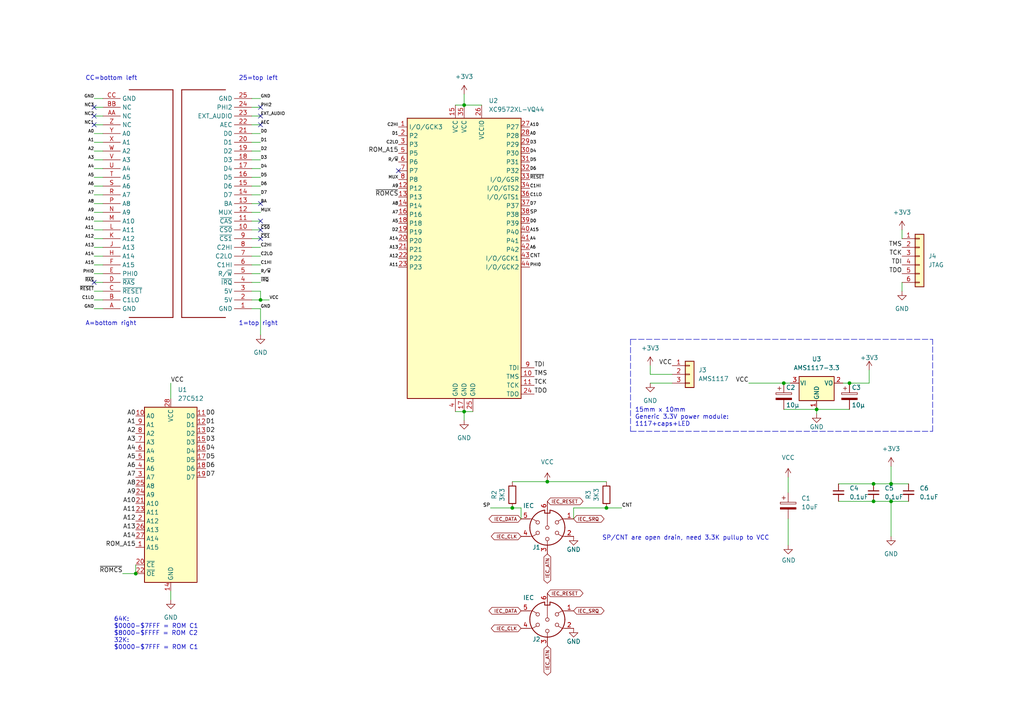
<source format=kicad_sch>
(kicad_sch (version 20211123) (generator eeschema)
  (paper "A4")
  (title_block (title "BurstCart+4 (CPLD44)") (date "2025-05-06") (rev "1.1") (company "YTM Enterprises") (comment 1 "Maciej Witkowiak <ytm@elysium.pl>"))
  (lib_symbols
    (symbol "Connector:DIN-6" (pin_names (offset 1.016))
      (property "Reference" "J" (at 3.175 5.715 0))
      (property "Value" "DIN-6" (at 4.445 -4.445 0))
      (symbol "DIN-6_0_1"
        (arc (start -5.08 0) (mid -3.8597 -3.3379) (end -0.762 -5.08) (stroke (width 0.254)))
        (circle (center -2.794 -1.524) (radius 0.508))
        (circle (center -2.794 1.524) (radius 0.508))
        (polyline (pts (xy 0 -5.08) (xy 0 -0.508)))
        (polyline (pts (xy 0 5.08) (xy 0 3.81)))
        (polyline (pts (xy -5.08 -2.54) (xy -4.318 -2.54) (xy -3.175 -1.905)))
        (polyline (pts (xy -5.08 2.54) (xy -4.318 2.54) (xy -3.175 1.905)))
        (polyline (pts (xy 5.08 -2.54) (xy 4.318 -2.54) (xy 3.175 -1.905)))
        (polyline (pts (xy 5.08 2.54) (xy 4.318 2.54) (xy 3.175 1.905)))
        (polyline (pts (xy -0.762 -4.953) (xy -0.762 -4.191) (xy 0.762 -4.191) (xy 0.762 -4.953)) (stroke (width 0.254)))
        (circle (center 0 0) (radius 0.508))
        (circle (center 0 3.302) (radius 0.508))
        (arc (start 0.762 -5.08) (mid 3.8673 -3.3444) (end 5.08 0) (stroke (width 0.254)))
        (circle (center 2.794 -1.524) (radius 0.508))
        (circle (center 2.794 1.524) (radius 0.508))
        (arc (start 5.08 0) (mid 0 5.08) (end -5.08 0) (stroke (width 0.254)))
      )
      (symbol "DIN-6_1_1"
        (pin passive line (at -7.62 -2.54 0) (length 2.54) (name "~") (number "1"))
        (pin passive line (at -7.62 2.54 0) (length 2.54) (name "~") (number "2"))
        (pin passive line (at 0 7.62 270) (length 2.54) (name "~") (number "3"))
        (pin passive line (at 7.62 2.54 180) (length 2.54) (name "~") (number "4"))
        (pin passive line (at 7.62 -2.54 180) (length 2.54) (name "~") (number "5"))
        (pin passive line (at 0 -7.62 90) (length 2.54) (name "~") (number "6"))
      )
    )
    (symbol "Connector_Generic:Conn_01x03" (pin_names (offset 1.016) hide)
      (property "Reference" "J" (at 0 5.08 0))
      (property "Value" "Conn_01x03" (at 0 -5.08 0))
      (symbol "Conn_01x03_1_1"
        (rectangle (start -1.27 -2.413) (end 0 -2.667) (stroke (width 0.1524)))
        (rectangle (start -1.27 0.127) (end 0 -0.127) (stroke (width 0.1524)))
        (rectangle (start -1.27 2.667) (end 0 2.413) (stroke (width 0.1524)))
        (rectangle (start -1.27 3.81) (end 1.27 -3.81) (stroke (width 0.254)) (fill (type background)))
        (pin passive line (at -5.08 2.54 0) (length 3.81) (name "Pin_1") (number "1"))
        (pin passive line (at -5.08 0 0) (length 3.81) (name "Pin_2") (number "2"))
        (pin passive line (at -5.08 -2.54 0) (length 3.81) (name "Pin_3") (number "3"))
      )
    )
    (symbol "Connector_Generic:Conn_01x06" (pin_names (offset 1.016) hide)
      (property "Reference" "J" (at 0 7.62 0))
      (property "Value" "Conn_01x06" (at 0 -10.16 0))
      (symbol "Conn_01x06_1_1"
        (rectangle (start -1.27 -7.493) (end 0 -7.747) (stroke (width 0.1524)))
        (rectangle (start -1.27 -4.953) (end 0 -5.207) (stroke (width 0.1524)))
        (rectangle (start -1.27 -2.413) (end 0 -2.667) (stroke (width 0.1524)))
        (rectangle (start -1.27 0.127) (end 0 -0.127) (stroke (width 0.1524)))
        (rectangle (start -1.27 2.667) (end 0 2.413) (stroke (width 0.1524)))
        (rectangle (start -1.27 5.207) (end 0 4.953) (stroke (width 0.1524)))
        (rectangle (start -1.27 6.35) (end 1.27 -8.89) (stroke (width 0.254)) (fill (type background)))
        (pin passive line (at -5.08 5.08 0) (length 3.81) (name "Pin_1") (number "1"))
        (pin passive line (at -5.08 2.54 0) (length 3.81) (name "Pin_2") (number "2"))
        (pin passive line (at -5.08 0 0) (length 3.81) (name "Pin_3") (number "3"))
        (pin passive line (at -5.08 -2.54 0) (length 3.81) (name "Pin_4") (number "4"))
        (pin passive line (at -5.08 -5.08 0) (length 3.81) (name "Pin_5") (number "5"))
        (pin passive line (at -5.08 -7.62 0) (length 3.81) (name "Pin_6") (number "6"))
      )
    )
    (symbol "Device:C_Polarized" (pin_numbers hide) (pin_names (offset 0.254))
      (property "Reference" "C" (at 0.635 2.54 0))
      (property "Value" "C_Polarized" (at 0.635 -2.54 0))
      (symbol "C_Polarized_0_1"
        (rectangle (start -2.286 0.508) (end 2.286 1.016))
        (polyline (pts (xy -1.778 2.286) (xy -0.762 2.286)))
        (polyline (pts (xy -1.27 2.794) (xy -1.27 1.778)))
        (rectangle (start 2.286 -0.508) (end -2.286 -1.016) (fill (type outline)))
      )
      (symbol "C_Polarized_1_1"
        (pin passive line (at 0 3.81 270) (length 2.794) (name "~") (number "1"))
        (pin passive line (at 0 -3.81 90) (length 2.794) (name "~") (number "2"))
      )
    )
    (symbol "Device:C_Small" (pin_numbers hide) (pin_names (offset 0.254) hide)
      (property "Reference" "C" (at 0.254 1.778 0))
      (property "Value" "C_Small" (at 0.254 -2.032 0))
      (symbol "C_Small_0_1"
        (polyline (pts (xy -1.524 -0.508) (xy 1.524 -0.508)) (stroke (width 0.3302)))
        (polyline (pts (xy -1.524 0.508) (xy 1.524 0.508)) (stroke (width 0.3048)))
      )
      (symbol "C_Small_1_1"
        (pin passive line (at 0 2.54 270) (length 2.032) (name "~") (number "1"))
        (pin passive line (at 0 -2.54 90) (length 2.032) (name "~") (number "2"))
      )
    )
    (symbol "Device:R" (pin_numbers hide) (pin_names (offset 0))
      (property "Reference" "R" (at 2.032 0 90))
      (property "Value" "R" (at 0 0 90))
      (symbol "R_0_1"
        (rectangle (start -1.016 -2.54) (end 1.016 2.54) (stroke (width 0.254)))
      )
      (symbol "R_1_1"
        (pin passive line (at 0 3.81 270) (length 1.27) (name "~") (number "1"))
        (pin passive line (at 0 -3.81 90) (length 1.27) (name "~") (number "2"))
      )
    )
    (symbol "Memory_EPROM:27C512"
      (property "Reference" "U" (at -7.62 26.67 0))
      (property "Value" "27C512" (at 2.54 -26.67 0))
      (symbol "27C512_1_1"
        (rectangle (start -7.62 25.4) (end 7.62 -25.4) (stroke (width 0.254)) (fill (type background)))
        (pin input line (at -10.16 -15.24 0) (length 2.54) (name "A15") (number "1"))
        (pin input line (at -10.16 22.86 0) (length 2.54) (name "A0") (number "10"))
        (pin tri_state line (at 10.16 22.86 180) (length 2.54) (name "D0") (number "11"))
        (pin tri_state line (at 10.16 20.32 180) (length 2.54) (name "D1") (number "12"))
        (pin tri_state line (at 10.16 17.78 180) (length 2.54) (name "D2") (number "13"))
        (pin power_in line (at 0 -27.94 90) (length 2.54) (name "GND") (number "14"))
        (pin tri_state line (at 10.16 15.24 180) (length 2.54) (name "D3") (number "15"))
        (pin tri_state line (at 10.16 12.7 180) (length 2.54) (name "D4") (number "16"))
        (pin tri_state line (at 10.16 10.16 180) (length 2.54) (name "D5") (number "17"))
        (pin tri_state line (at 10.16 7.62 180) (length 2.54) (name "D6") (number "18"))
        (pin tri_state line (at 10.16 5.08 180) (length 2.54) (name "D7") (number "19"))
        (pin input line (at -10.16 -7.62 0) (length 2.54) (name "A12") (number "2"))
        (pin input line (at -10.16 -20.32 0) (length 2.54) (name "~{CE}") (number "20"))
        (pin input line (at -10.16 -2.54 0) (length 2.54) (name "A10") (number "21"))
        (pin input line (at -10.16 -22.86 0) (length 2.54) (name "~{OE}") (number "22"))
        (pin input line (at -10.16 -5.08 0) (length 2.54) (name "A11") (number "23"))
        (pin input line (at -10.16 0 0) (length 2.54) (name "A9") (number "24"))
        (pin input line (at -10.16 2.54 0) (length 2.54) (name "A8") (number "25"))
        (pin input line (at -10.16 -10.16 0) (length 2.54) (name "A13") (number "26"))
        (pin input line (at -10.16 -12.7 0) (length 2.54) (name "A14") (number "27"))
        (pin power_in line (at 0 27.94 270) (length 2.54) (name "VCC") (number "28"))
        (pin input line (at -10.16 5.08 0) (length 2.54) (name "A7") (number "3"))
        (pin input line (at -10.16 7.62 0) (length 2.54) (name "A6") (number "4"))
        (pin input line (at -10.16 10.16 0) (length 2.54) (name "A5") (number "5"))
        (pin input line (at -10.16 12.7 0) (length 2.54) (name "A4") (number "6"))
        (pin input line (at -10.16 15.24 0) (length 2.54) (name "A3") (number "7"))
        (pin input line (at -10.16 17.78 0) (length 2.54) (name "A2") (number "8"))
        (pin input line (at -10.16 20.32 0) (length 2.54) (name "A1") (number "9"))
      )
    )
    (symbol "Regulator_Linear:AMS1117-3.3" (pin_names (offset 0.254))
      (property "Reference" "U" (at -3.81 3.175 0))
      (property "Value" "AMS1117-3.3" (at 0 3.175 0))
      (symbol "AMS1117-3.3_0_1"
        (rectangle (start -5.08 -5.08) (end 5.08 1.905) (stroke (width 0.254)) (fill (type background)))
      )
      (symbol "AMS1117-3.3_1_1"
        (pin power_in line (at 0 -7.62 90) (length 2.54) (name "GND") (number "1"))
        (pin power_out line (at 7.62 0 180) (length 2.54) (name "VO") (number "2"))
        (pin power_in line (at -7.62 0 0) (length 2.54) (name "VI") (number "3"))
      )
    )
    (symbol "burstcart:C16_CARTRIDGE"
      (symbol "C16_CARTRIDGE_1_0"
        (polyline (pts (xy -43.18 30.48) (xy -30.48 30.48)) (stroke (width 0.254)))
        (polyline (pts (xy -30.48 -35.56) (xy -43.18 -35.56)) (stroke (width 0.254)))
        (polyline (pts (xy -30.48 30.48) (xy -30.48 -35.56)) (stroke (width 0.254)))
        (polyline (pts (xy -27.94 -35.56) (xy -15.24 -35.56)) (stroke (width 0.254)))
        (polyline (pts (xy -27.94 30.48) (xy -27.94 -35.56)) (stroke (width 0.254)))
        (polyline (pts (xy -15.24 30.48) (xy -27.94 30.48)) (stroke (width 0.254)))
        (pin power_out line (at -7.62 -33.02 180) (length 5.08) (name "GND") (number "1"))
        (pin output line (at -7.62 -10.16 180) (length 5.08) (name "~{CS0}") (number "10"))
        (pin output line (at -7.62 -7.62 180) (length 5.08) (name "~{CAS}") (number "11"))
        (pin bidirectional line (at -7.62 -5.08 180) (length 5.08) (name "MUX") (number "12"))
        (pin bidirectional line (at -7.62 -2.54 180) (length 5.08) (name "BA") (number "13"))
        (pin bidirectional line (at -7.62 0 180) (length 5.08) (name "D7") (number "14"))
        (pin bidirectional line (at -7.62 2.54 180) (length 5.08) (name "D6") (number "15"))
        (pin bidirectional line (at -7.62 5.08 180) (length 5.08) (name "D5") (number "16"))
        (pin bidirectional line (at -7.62 7.62 180) (length 5.08) (name "D4") (number "17"))
        (pin bidirectional line (at -7.62 10.16 180) (length 5.08) (name "D3") (number "18"))
        (pin bidirectional line (at -7.62 12.7 180) (length 5.08) (name "D2") (number "19"))
        (pin power_out line (at -7.62 -30.48 180) (length 5.08) (name "5V") (number "2"))
        (pin bidirectional line (at -7.62 15.24 180) (length 5.08) (name "D1") (number "20"))
        (pin bidirectional line (at -7.62 17.78 180) (length 5.08) (name "D0") (number "21"))
        (pin bidirectional line (at -7.62 20.32 180) (length 5.08) (name "AEC") (number "22"))
        (pin input line (at -7.62 22.86 180) (length 5.08) (name "EXT_AUDIO") (number "23"))
        (pin output line (at -7.62 25.4 180) (length 5.08) (name "PHI2") (number "24"))
        (pin power_out line (at -7.62 27.94 180) (length 5.08) (name "GND") (number "25"))
        (pin power_out line (at -7.62 -27.94 180) (length 5.08) (name "5V") (number "3"))
        (pin input line (at -7.62 -25.4 180) (length 5.08) (name "~{IRQ}") (number "4"))
        (pin output line (at -7.62 -22.86 180) (length 5.08) (name "R/~{W}") (number "5"))
        (pin bidirectional line (at -7.62 -20.32 180) (length 5.08) (name "C1HI") (number "6"))
        (pin bidirectional line (at -7.62 -17.78 180) (length 5.08) (name "C2LO") (number "7"))
        (pin bidirectional line (at -7.62 -15.24 180) (length 5.08) (name "C2HI") (number "8"))
        (pin output line (at -7.62 -12.7 180) (length 5.08) (name "~{CS1}") (number "9"))
        (pin power_out line (at -50.8 -33.02 0) (length 5.08) (name "GND") (number "A"))
        (pin passive line (at -50.8 22.86 0) (length 5.08) (name "NC") (number "AA"))
        (pin bidirectional line (at -50.8 -30.48 0) (length 5.08) (name "C1LO") (number "B"))
        (pin passive line (at -50.8 25.4 0) (length 5.08) (name "NC") (number "BB"))
        (pin bidirectional line (at -50.8 -27.94 0) (length 5.08) (name "~{RESET}") (number "C"))
        (pin power_out line (at -50.8 27.94 0) (length 5.08) (name "GND") (number "CC"))
        (pin output line (at -50.8 -25.4 0) (length 5.08) (name "~{RAS}") (number "D"))
        (pin output line (at -50.8 -22.86 0) (length 5.08) (name "PHI0") (number "E"))
        (pin output line (at -50.8 -20.32 0) (length 5.08) (name "A15") (number "F"))
        (pin output line (at -50.8 -17.78 0) (length 5.08) (name "A14") (number "H"))
        (pin output line (at -50.8 -15.24 0) (length 5.08) (name "A13") (number "J"))
        (pin output line (at -50.8 -12.7 0) (length 5.08) (name "A12") (number "K"))
        (pin output line (at -50.8 -10.16 0) (length 5.08) (name "A11") (number "L"))
        (pin output line (at -50.8 -7.62 0) (length 5.08) (name "A10") (number "M"))
        (pin output line (at -50.8 -5.08 0) (length 5.08) (name "A9") (number "N"))
        (pin output line (at -50.8 -2.54 0) (length 5.08) (name "A8") (number "P"))
        (pin output line (at -50.8 0 0) (length 5.08) (name "A7") (number "R"))
        (pin output line (at -50.8 2.54 0) (length 5.08) (name "A6") (number "S"))
        (pin output line (at -50.8 5.08 0) (length 5.08) (name "A5") (number "T"))
        (pin output line (at -50.8 7.62 0) (length 5.08) (name "A4") (number "U"))
        (pin output line (at -50.8 10.16 0) (length 5.08) (name "A3") (number "V"))
        (pin output line (at -50.8 12.7 0) (length 5.08) (name "A2") (number "W"))
        (pin output line (at -50.8 15.24 0) (length 5.08) (name "A1") (number "X"))
        (pin output line (at -50.8 17.78 0) (length 5.08) (name "A0") (number "Y"))
        (pin passive line (at -50.8 20.32 0) (length 5.08) (name "NC") (number "Z"))
      )
    )
    (symbol "power:+3V3" (power) (pin_names (offset 0))
      (property "Value" "+3V3" (at 0 3.556 0))
      (symbol "+3V3_0_1"
        (polyline (pts (xy -0.762 1.27) (xy 0 2.54)))
        (polyline (pts (xy 0 0) (xy 0 2.54)))
        (polyline (pts (xy 0 2.54) (xy 0.762 1.27)))
      )
      (symbol "+3V3_1_1"
        (pin power_in line (at 0 0 90) (length 0) hide (name "+3V3") (number "1"))
      )
    )
    (symbol "power:GND" (power) (pin_names (offset 0))
      (property "Value" "GND" (at 0 -3.81 0))
      (symbol "GND_0_1"
        (polyline (pts (xy 0 0) (xy 0 -1.27) (xy 1.27 -1.27) (xy 0 -2.54) (xy -1.27 -1.27) (xy 0 -1.27)))
      )
      (symbol "GND_1_1"
        (pin power_in line (at 0 0 270) (length 0) hide (name "GND") (number "1"))
      )
    )
    (symbol "power:VCC" (power) (pin_names (offset 0))
      (property "Value" "VCC" (at 0 3.81 0))
      (symbol "VCC_0_1"
        (polyline (pts (xy -0.762 1.27) (xy 0 2.54)))
        (polyline (pts (xy 0 0) (xy 0 2.54)))
        (polyline (pts (xy 0 2.54) (xy 0.762 1.27)))
      )
      (symbol "VCC_1_1"
        (pin power_in line (at 0 0 90) (length 0) hide (name "VCC") (number "1"))
      )
    )
    (symbol "xc9572xl-vq64:XC9572XL-VQ44"
      (property "Reference" "U" (at -16.51 40.64 0))
      (property "Value" "XC9572XL-VQ44" (at -16.51 -43.18 0))
      (symbol "XC9572XL-VQ44_0_0"
        (pin bidirectional line (at -19.05 13.97 0) (length 2.54) (name "P14") (number "14"))
        (pin bidirectional line (at -19.05 11.43 0) (length 2.54) (name "P16") (number "16"))
        (pin bidirectional line (at -19.05 34.29 0) (length 2.54) (name "P2") (number "2"))
        (pin bidirectional line (at -19.05 1.27 0) (length 2.54) (name "P21") (number "21"))
        (pin bidirectional line (at -19.05 -3.81 0) (length 2.54) (name "P23") (number "23"))
        (pin bidirectional line (at 19.05 34.29 180) (length 2.54) (name "P28") (number "28"))
        (pin bidirectional line (at 19.05 31.75 180) (length 2.54) (name "P29") (number "29"))
        (pin bidirectional line (at -19.05 31.75 0) (length 2.54) (name "P3") (number "3"))
        (pin bidirectional line (at 19.05 29.21 180) (length 2.54) (name "P30") (number "30"))
        (pin bidirectional line (at 19.05 26.67 180) (length 2.54) (name "P31") (number "31"))
        (pin bidirectional line (at 19.05 24.13 180) (length 2.54) (name "P32") (number "32"))
        (pin bidirectional line (at 19.05 13.97 180) (length 2.54) (name "P37") (number "37"))
        (pin bidirectional line (at 19.05 8.89 180) (length 2.54) (name "P39") (number "39"))
        (pin bidirectional line (at 19.05 6.35 180) (length 2.54) (name "P40") (number "40"))
        (pin bidirectional line (at 19.05 3.81 180) (length 2.54) (name "P41") (number "41"))
        (pin bidirectional line (at 19.05 1.27 180) (length 2.54) (name "P42") (number "42"))
        (pin bidirectional line (at -19.05 29.21 0) (length 2.54) (name "P5") (number "5"))
        (pin bidirectional line (at -19.05 26.67 0) (length 2.54) (name "P6") (number "6"))
        (pin bidirectional line (at -19.05 24.13 0) (length 2.54) (name "P7") (number "7"))
      )
      (symbol "XC9572XL-VQ44_1_1"
        (rectangle (start -16.51 39.37) (end 16.51 -41.91) (stroke (width 0.254)) (fill (type background)))
        (pin bidirectional line (at -19.05 36.83 0) (length 2.54) (name "I/O/GCK3") (number "1"))
        (pin input line (at 20.32 -35.56 180) (length 3.81) (name "TMS") (number "10"))
        (pin input line (at 20.32 -38.1 180) (length 3.81) (name "TCK") (number "11"))
        (pin bidirectional line (at -19.05 19.05 0) (length 2.54) (name "P12") (number "12"))
        (pin bidirectional line (at -19.05 16.51 0) (length 2.54) (name "P13") (number "13"))
        (pin power_in line (at -2.54 43.18 270) (length 3.81) (name "VCC") (number "15"))
        (pin power_in line (at 0 -45.72 90) (length 3.81) (name "GND") (number "17"))
        (pin bidirectional line (at -19.05 8.89 0) (length 2.54) (name "P18") (number "18"))
        (pin bidirectional line (at -19.05 6.35 0) (length 2.54) (name "P19") (number "19"))
        (pin bidirectional line (at -19.05 3.81 0) (length 2.54) (name "P20") (number "20"))
        (pin bidirectional line (at -19.05 -1.27 0) (length 2.54) (name "P22") (number "22"))
        (pin output line (at 20.32 -40.64 180) (length 3.81) (name "TDO") (number "24"))
        (pin power_in line (at 2.54 -45.72 90) (length 3.81) (name "GND") (number "25"))
        (pin power_in line (at 5.08 43.18 270) (length 3.81) (name "VCCIO") (number "26"))
        (pin bidirectional line (at 19.05 36.83 180) (length 2.54) (name "P27") (number "27"))
        (pin bidirectional line (at 19.05 21.59 180) (length 2.54) (name "I/O/GSR") (number "33"))
        (pin bidirectional line (at 19.05 19.05 180) (length 2.54) (name "I/O/GTS2") (number "34"))
        (pin power_in line (at 0 43.18 270) (length 3.81) (name "VCC") (number "35"))
        (pin bidirectional line (at 19.05 16.51 180) (length 2.54) (name "I/O/GTS1") (number "36"))
        (pin bidirectional line (at 19.05 11.43 180) (length 2.54) (name "P38") (number "38"))
        (pin power_in line (at -2.54 -45.72 90) (length 3.81) (name "GND") (number "4"))
        (pin bidirectional line (at 19.05 -1.27 180) (length 2.54) (name "I/O/GCK1") (number "43"))
        (pin bidirectional line (at 19.05 -3.81 180) (length 2.54) (name "I/O/GCK2") (number "44"))
        (pin bidirectional line (at -19.05 21.59 0) (length 2.54) (name "P8") (number "8"))
        (pin input line (at 20.32 -33.02 180) (length 3.81) (name "TDI") (number "9"))
      )
    )
  )
  (junction (at 258.445 140.335))
  (junction (at 246.38 111.125))
  (junction (at 39.37 166.37))
  (junction (at 175.895 147.32))
  (junction (at 148.59 147.32))
  (junction (at 75.565 86.995))
  (junction (at 253.365 145.415))
  (junction (at 227.33 111.125))
  (junction (at 134.62 119.38))
  (junction (at 158.75 139.7))
  (junction (at 258.445 145.415))
  (junction (at 253.365 140.335))
  (junction (at 236.855 118.745))
  (junction (at 134.62 30.48))
  (no_connect (at 27.305 33.655))
  (no_connect (at 75.565 31.115))
  (no_connect (at 115.57 49.53))
  (no_connect (at 75.565 64.135))
  (no_connect (at 75.565 36.195))
  (no_connect (at 75.565 66.675))
  (no_connect (at 27.305 31.115))
  (no_connect (at 27.305 81.915))
  (no_connect (at 75.565 33.655))
  (no_connect (at 75.565 59.055))
  (no_connect (at 27.305 36.195))
  (no_connect (at 75.565 69.215))
  (wire (pts (xy 73.025 66.675) (xy 75.565 66.675)))
  (wire (pts (xy 29.845 69.215) (xy 27.305 69.215)))
  (wire (pts (xy 29.845 51.435) (xy 27.305 51.435)))
  (wire (pts (xy 73.025 74.295) (xy 75.565 74.295)))
  (wire (pts (xy 236.855 118.745) (xy 246.38 118.745)))
  (wire (pts (xy 134.62 119.38) (xy 137.16 119.38)))
  (wire (pts (xy 29.845 71.755) (xy 27.305 71.755)))
  (wire (pts (xy 73.025 53.975) (xy 75.565 53.975)))
  (wire (pts (xy 258.445 140.335) (xy 263.525 140.335)))
  (wire (pts (xy 134.62 119.38) (xy 134.62 121.92)))
  (wire (pts (xy 253.365 140.335) (xy 258.445 140.335)))
  (polyline (pts (xy 182.88 98.425) (xy 270.51 98.425)))
  (wire (pts (xy 29.845 59.055) (xy 27.305 59.055)))
  (wire (pts (xy 228.6 150.495) (xy 228.6 158.115)))
  (wire (pts (xy 227.33 118.745) (xy 236.855 118.745)))
  (wire (pts (xy 29.845 74.295) (xy 27.305 74.295)))
  (wire (pts (xy 166.37 147.32) (xy 166.37 150.495)))
  (wire (pts (xy 29.845 38.735) (xy 27.305 38.735)))
  (wire (pts (xy 134.62 27.305) (xy 134.62 30.48)))
  (wire (pts (xy 253.365 145.415) (xy 258.445 145.415)))
  (polyline (pts (xy 270.51 125.095) (xy 270.51 98.425)))
  (wire (pts (xy 73.025 31.115) (xy 75.565 31.115)))
  (wire (pts (xy 29.845 89.535) (xy 27.305 89.535)))
  (wire (pts (xy 29.845 46.355) (xy 27.305 46.355)))
  (wire (pts (xy 258.445 145.415) (xy 263.525 145.415)))
  (wire (pts (xy 73.025 76.835) (xy 75.565 76.835)))
  (wire (pts (xy 73.025 43.815) (xy 75.565 43.815)))
  (wire (pts (xy 261.62 66.675) (xy 261.62 69.215)))
  (wire (pts (xy 246.38 111.125) (xy 252.095 111.125)))
  (wire (pts (xy 29.845 53.975) (xy 27.305 53.975)))
  (wire (pts (xy 27.305 33.655) (xy 29.845 33.655)))
  (wire (pts (xy 236.855 120.015) (xy 236.855 118.745)))
  (wire (pts (xy 252.095 111.125) (xy 252.095 107.315)))
  (wire (pts (xy 188.595 108.585) (xy 194.945 108.585)))
  (wire (pts (xy 27.305 31.115) (xy 29.845 31.115)))
  (wire (pts (xy 29.845 84.455) (xy 27.305 84.455)))
  (wire (pts (xy 29.845 48.895) (xy 27.305 48.895)))
  (wire (pts (xy 132.08 119.38) (xy 134.62 119.38)))
  (wire (pts (xy 73.025 48.895) (xy 75.565 48.895)))
  (wire (pts (xy 49.53 171.45) (xy 49.53 173.99)))
  (wire (pts (xy 166.37 147.32) (xy 175.895 147.32)))
  (wire (pts (xy 73.025 56.515) (xy 75.565 56.515)))
  (wire (pts (xy 29.845 28.575) (xy 27.305 28.575)))
  (wire (pts (xy 73.025 84.455) (xy 75.565 84.455)))
  (wire (pts (xy 27.305 81.915) (xy 29.845 81.915)))
  (wire (pts (xy 148.59 139.7) (xy 158.75 139.7)))
  (wire (pts (xy 75.565 86.995) (xy 78.105 86.995)))
  (wire (pts (xy 228.6 138.43) (xy 228.6 142.875)))
  (wire (pts (xy 29.845 61.595) (xy 27.305 61.595)))
  (polyline (pts (xy 182.88 125.095) (xy 270.51 125.095)))
  (wire (pts (xy 73.025 59.055) (xy 75.565 59.055)))
  (wire (pts (xy 73.025 79.375) (xy 75.565 79.375)))
  (wire (pts (xy 188.595 106.045) (xy 188.595 108.585)))
  (wire (pts (xy 243.205 145.415) (xy 253.365 145.415)))
  (wire (pts (xy 73.025 81.915) (xy 75.565 81.915)))
  (wire (pts (xy 39.37 163.83) (xy 39.37 166.37)))
  (wire (pts (xy 29.845 64.135) (xy 27.305 64.135)))
  (wire (pts (xy 142.24 147.32) (xy 148.59 147.32)))
  (wire (pts (xy 73.025 51.435) (xy 75.565 51.435)))
  (wire (pts (xy 73.025 89.535) (xy 75.565 89.535)))
  (wire (pts (xy 158.75 139.7) (xy 175.895 139.7)))
  (wire (pts (xy 27.305 36.195) (xy 29.845 36.195)))
  (polyline (pts (xy 182.88 98.425) (xy 182.88 125.095)))
  (wire (pts (xy 217.17 111.125) (xy 227.33 111.125)))
  (wire (pts (xy 35.56 166.37) (xy 39.37 166.37)))
  (wire (pts (xy 73.025 36.195) (xy 75.565 36.195)))
  (wire (pts (xy 29.845 41.275) (xy 27.305 41.275)))
  (wire (pts (xy 49.53 111.125) (xy 49.53 115.57)))
  (wire (pts (xy 243.205 140.335) (xy 253.365 140.335)))
  (wire (pts (xy 151.13 147.32) (xy 151.13 150.495)))
  (wire (pts (xy 29.845 56.515) (xy 27.305 56.515)))
  (wire (pts (xy 73.025 69.215) (xy 75.565 69.215)))
  (wire (pts (xy 227.33 111.125) (xy 229.235 111.125)))
  (wire (pts (xy 73.025 41.275) (xy 75.565 41.275)))
  (wire (pts (xy 73.025 38.735) (xy 75.565 38.735)))
  (wire (pts (xy 73.025 33.655) (xy 75.565 33.655)))
  (wire (pts (xy 244.475 111.125) (xy 246.38 111.125)))
  (wire (pts (xy 188.595 111.125) (xy 194.945 111.125)))
  (wire (pts (xy 29.845 43.815) (xy 27.305 43.815)))
  (wire (pts (xy 73.025 71.755) (xy 75.565 71.755)))
  (wire (pts (xy 134.62 30.48) (xy 139.7 30.48)))
  (wire (pts (xy 73.025 61.595) (xy 75.565 61.595)))
  (wire (pts (xy 73.025 86.995) (xy 75.565 86.995)))
  (wire (pts (xy 261.62 81.915) (xy 261.62 84.455)))
  (wire (pts (xy 27.305 86.995) (xy 29.845 86.995)))
  (wire (pts (xy 27.305 79.375) (xy 29.845 79.375)))
  (wire (pts (xy 75.565 89.535) (xy 75.565 97.155)))
  (wire (pts (xy 75.565 84.455) (xy 75.565 86.995)))
  (wire (pts (xy 73.025 46.355) (xy 75.565 46.355)))
  (wire (pts (xy 29.845 66.675) (xy 27.305 66.675)))
  (wire (pts (xy 29.845 76.835) (xy 27.305 76.835)))
  (wire (pts (xy 258.445 145.415) (xy 258.445 155.575)))
  (wire (pts (xy 132.08 30.48) (xy 134.62 30.48)))
  (wire (pts (xy 73.025 64.135) (xy 75.565 64.135)))
  (wire (pts (xy 73.025 28.575) (xy 75.565 28.575)))
  (wire (pts (xy 148.59 147.32) (xy 151.13 147.32)))
  (wire (pts (xy 258.445 135.255) (xy 258.445 140.335)))
  (wire (pts (xy 175.895 147.32) (xy 180.34 147.32)))
  (text "25=top left" (at 69.215 23.495 0) (effects (font (size 1.27 1.27)) (justify left bottom)))
  (text "A=bottom right" (at 24.765 94.615 0) (effects (font (size 1.27 1.27)) (justify left bottom)))
  (text "SP/CNT are open drain, need 3.3K pullup to VCC" (at 174.625 156.845 0) (effects (font (size 1.27 1.27)) (justify left bottom)))
  (text "CC=bottom left" (at 24.765 23.495 0) (effects (font (size 1.27 1.27)) (justify left bottom)))
  (text "15mm x 10mm\nGeneric 3.3V power module:\n1117+caps+LED" (at 184.15 123.825 0) (effects (font (size 1.27 1.27)) (justify left bottom)))
  (text "1=top right" (at 69.215 94.615 0) (effects (font (size 1.27 1.27)) (justify left bottom)))
  (text "64K:\n$0000-$7FFF = ROM C1\n$8000-$FFFF = ROM C2\n32K:\n$0000-$7FFF = ROM C1\n" (at 33.02 188.595 0) (effects (font (size 1.27 1.27)) (justify left bottom)))
  (label "VCC" (at 194.945 106.045 180))
  (label "A3" (at 27.305 46.355 180) (effects (font (size 0.889 0.889))))
  (label "TCK" (at 154.94 111.76 0))
  (label "C1LO" (at 27.305 86.995 180) (effects (font (size 0.889 0.889))))
  (label "C2LO" (at 75.565 74.295 0) (effects (font (size 0.889 0.889))))
  (label "~{RESET}" (at 27.305 84.455 180) (effects (font (size 0.889 0.889))))
  (label "D3" (at 59.69 128.27 0))
  (label "D4" (at 153.67 44.45 0) (effects (font (size 0.889 0.889))))
  (label "A7" (at 115.57 62.23 180) (effects (font (size 0.889 0.889))))
  (label "ROM_A15" (at 115.57 44.45 180))
  (label "D2" (at 59.69 125.73 0))
  (label "VCC" (at 78.105 86.995 0) (effects (font (size 0.889 0.889))))
  (label "A14" (at 39.37 156.21 180))
  (label "A7" (at 39.37 138.43 180))
  (label "A9" (at 115.57 54.61 180) (effects (font (size 0.889 0.889))))
  (label "A10" (at 153.67 36.83 0) (effects (font (size 0.889 0.889))))
  (label "A10" (at 27.305 64.135 180) (effects (font (size 0.889 0.889))))
  (label "CNT" (at 153.67 74.93 0) (effects (font (size 1.016 1.016))))
  (label "D5" (at 75.565 51.435 0) (effects (font (size 0.889 0.889))))
  (label "D4" (at 59.69 130.81 0))
  (label "AEC" (at 75.565 36.195 0) (effects (font (size 0.889 0.889))))
  (label "C2HI" (at 75.565 71.755 0) (effects (font (size 0.889 0.889))))
  (label "A4" (at 39.37 130.81 180))
  (label "R{slash}~{W}" (at 115.57 46.99 180) (effects (font (size 0.889 0.889))))
  (label "TDO" (at 261.62 79.375 180))
  (label "TMS" (at 154.94 109.22 0))
  (label "~{RESET}" (at 153.67 52.07 0) (effects (font (size 0.889 0.889))))
  (label "A2" (at 27.305 43.815 180) (effects (font (size 0.889 0.889))))
  (label "A7" (at 27.305 56.515 180) (effects (font (size 0.889 0.889))))
  (label "NC2" (at 27.305 33.655 180) (effects (font (size 0.889 0.889))))
  (label "C2LO" (at 115.57 41.91 180) (effects (font (size 0.889 0.889))))
  (label "~{RAS}" (at 27.305 81.915 180) (effects (font (size 0.889 0.889))))
  (label "A5" (at 39.37 133.35 180))
  (label "A9" (at 39.37 143.51 180))
  (label "SP" (at 153.67 62.23 0) (effects (font (size 1.016 1.016))))
  (label "A13" (at 27.305 71.755 180) (effects (font (size 0.889 0.889))))
  (label "D3" (at 75.565 46.355 0) (effects (font (size 0.889 0.889))))
  (label "TDI" (at 261.62 76.835 180))
  (label "A12" (at 39.37 151.13 180))
  (label "C1HI" (at 75.565 76.835 0) (effects (font (size 0.889 0.889))))
  (label "D1" (at 59.69 123.19 0))
  (label "D3" (at 153.67 41.91 0) (effects (font (size 0.889 0.889))))
  (label "NC3" (at 27.305 31.115 180) (effects (font (size 0.889 0.889))))
  (label "VCC" (at 217.17 111.125 180))
  (label "A14" (at 27.305 74.295 180) (effects (font (size 0.889 0.889))))
  (label "D6" (at 153.67 49.53 0) (effects (font (size 0.889 0.889))))
  (label "A6" (at 39.37 135.89 180))
  (label "D0" (at 75.565 38.735 0) (effects (font (size 0.889 0.889))))
  (label "A0" (at 153.67 39.37 0) (effects (font (size 0.889 0.889))))
  (label "A6" (at 153.67 72.39 0) (effects (font (size 0.889 0.889))))
  (label "GND" (at 75.565 89.535 0) (effects (font (size 0.889 0.889))))
  (label "SP" (at 142.24 147.32 180) (effects (font (size 1.016 1.016))))
  (label "A12" (at 115.57 74.93 180) (effects (font (size 0.889 0.889))))
  (label "~{CS0}" (at 75.565 66.675 0) (effects (font (size 0.889 0.889))))
  (label "D0" (at 153.67 64.77 0) (effects (font (size 0.889 0.889))))
  (label "A1" (at 27.305 41.275 180) (effects (font (size 0.889 0.889))))
  (label "R{slash}~{W}" (at 75.565 79.375 0) (effects (font (size 0.889 0.889))))
  (label "TCK" (at 261.62 74.295 180))
  (label "D1" (at 75.565 41.275 0) (effects (font (size 0.889 0.889))))
  (label "~{IRQ}" (at 75.565 81.915 0) (effects (font (size 0.889 0.889))))
  (label "A8" (at 27.305 59.055 180) (effects (font (size 0.889 0.889))))
  (label "A5" (at 115.57 64.77 180) (effects (font (size 0.889 0.889))))
  (label "A11" (at 115.57 77.47 180) (effects (font (size 0.889 0.889))))
  (label "A8" (at 115.57 59.69 180) (effects (font (size 0.889 0.889))))
  (label "PHI0" (at 153.67 77.47 0) (effects (font (size 0.889 0.889))))
  (label "A0" (at 27.305 38.735 180) (effects (font (size 0.889 0.889))))
  (label "MUX" (at 115.57 52.07 180) (effects (font (size 0.889 0.889))))
  (label "D2" (at 75.565 43.815 0) (effects (font (size 0.889 0.889))))
  (label "D0" (at 59.69 120.65 0))
  (label "VCC" (at 49.53 111.125 0))
  (label "A1" (at 39.37 123.19 180))
  (label "A9" (at 27.305 61.595 180) (effects (font (size 0.889 0.889))))
  (label "GND" (at 75.565 28.575 0) (effects (font (size 0.889 0.889))))
  (label "A13" (at 115.57 72.39 180) (effects (font (size 0.889 0.889))))
  (label "D4" (at 75.565 48.895 0) (effects (font (size 0.889 0.889))))
  (label "A0" (at 39.37 120.65 180))
  (label "D5" (at 153.67 46.99 0) (effects (font (size 0.889 0.889))))
  (label "A15" (at 27.305 76.835 180) (effects (font (size 0.889 0.889))))
  (label "BA" (at 75.565 59.055 0) (effects (font (size 0.889 0.889))))
  (label "~{ROMCS}" (at 35.56 166.37 180))
  (label "A11" (at 27.305 66.675 180) (effects (font (size 0.889 0.889))))
  (label "D1" (at 115.57 39.37 180) (effects (font (size 0.889 0.889))))
  (label "C2HI" (at 115.57 36.83 180) (effects (font (size 0.889 0.889))))
  (label "D5" (at 59.69 133.35 0))
  (label "A12" (at 27.305 69.215 180) (effects (font (size 0.889 0.889))))
  (label "D2" (at 115.57 67.31 180) (effects (font (size 0.889 0.889))))
  (label "A4" (at 27.305 48.895 180) (effects (font (size 0.889 0.889))))
  (label "PHI0" (at 27.305 79.375 180) (effects (font (size 0.889 0.889))))
  (label "TDI" (at 154.94 106.68 0))
  (label "A4" (at 153.67 69.85 0) (effects (font (size 0.889 0.889))))
  (label "C1HI" (at 153.67 54.61 0) (effects (font (size 0.889 0.889))))
  (label "GND" (at 27.305 28.575 180) (effects (font (size 0.889 0.889))))
  (label "C1LO" (at 153.67 57.15 0) (effects (font (size 0.889 0.889))))
  (label "A10" (at 39.37 146.05 180))
  (label "A8" (at 39.37 140.97 180))
  (label "~{ROMCS}" (at 115.57 57.15 180))
  (label "ROM_A15" (at 39.37 158.75 180))
  (label "D6" (at 75.565 53.975 0) (effects (font (size 0.889 0.889))))
  (label "EXT_AUDIO" (at 75.565 33.655 0) (effects (font (size 0.889 0.889))))
  (label "A13" (at 39.37 153.67 180))
  (label "NC1" (at 27.305 36.195 180) (effects (font (size 0.889 0.889))))
  (label "MUX" (at 75.565 61.595 0) (effects (font (size 0.889 0.889))))
  (label "PHI2" (at 75.565 31.115 0) (effects (font (size 0.889 0.889))))
  (label "D7" (at 59.69 138.43 0))
  (label "TDO" (at 154.94 114.3 0))
  (label "D7" (at 153.67 59.69 0) (effects (font (size 0.889 0.889))))
  (label "GND" (at 27.305 89.535 180) (effects (font (size 0.889 0.889))))
  (label "~{CS1}" (at 75.565 69.215 0) (effects (font (size 0.889 0.889))))
  (label "A6" (at 27.305 53.975 180) (effects (font (size 0.889 0.889))))
  (label "CNT" (at 180.34 147.32 0) (effects (font (size 1.016 1.016))))
  (label "D6" (at 59.69 135.89 0))
  (label "A5" (at 27.305 51.435 180) (effects (font (size 0.889 0.889))))
  (label "A14" (at 115.57 69.85 180) (effects (font (size 0.889 0.889))))
  (label "A2" (at 39.37 125.73 180))
  (label "A3" (at 39.37 128.27 180))
  (label "A11" (at 39.37 148.59 180))
  (label "A15" (at 153.67 67.31 0) (effects (font (size 0.889 0.889))))
  (label "TMS" (at 261.62 71.755 180))
  (label "D7" (at 75.565 56.515 0) (effects (font (size 0.889 0.889))))
  (global_label "IEC_DATA" (shape bidirectional) (at 151.13 150.495 180) (effects (font (size 0.9906 0.9906))) (property "Intersheet References" "${INTERSHEET_REFS}" (effects hide)))
  (global_label "IEC_RESET" (shape bidirectional) (at 158.75 145.415 0) (effects (font (size 0.9906 0.9906))) (property "Intersheet References" "${INTERSHEET_REFS}" (effects hide)))
  (global_label "IEC_SRQ" (shape bidirectional) (at 166.37 177.165 0) (effects (font (size 0.9906 0.9906))) (property "Intersheet References" "${INTERSHEET_REFS}" (effects hide)))
  (global_label "IEC_DATA" (shape bidirectional) (at 151.13 177.165 180) (effects (font (size 0.9906 0.9906))) (property "Intersheet References" "${INTERSHEET_REFS}" (effects hide)))
  (global_label "IEC_SRQ" (shape bidirectional) (at 166.37 150.495 0) (effects (font (size 0.9906 0.9906))) (property "Intersheet References" "${INTERSHEET_REFS}" (effects hide)))
  (global_label "IEC_CLK" (shape bidirectional) (at 151.13 182.245 180) (effects (font (size 0.9906 0.9906))) (property "Intersheet References" "${INTERSHEET_REFS}" (effects hide)))
  (global_label "IEC_ATN" (shape bidirectional) (at 158.75 187.325 270) (effects (font (size 0.9906 0.9906))) (property "Intersheet References" "${INTERSHEET_REFS}" (effects hide)))
  (global_label "IEC_CLK" (shape bidirectional) (at 151.13 155.575 180) (effects (font (size 0.9906 0.9906))) (property "Intersheet References" "${INTERSHEET_REFS}" (effects hide)))
  (global_label "IEC_RESET" (shape bidirectional) (at 158.75 172.085 0) (effects (font (size 0.9906 0.9906))) (property "Intersheet References" "${INTERSHEET_REFS}" (effects hide)))
  (global_label "IEC_ATN" (shape bidirectional) (at 158.75 160.655 270) (effects (font (size 0.9906 0.9906))) (property "Intersheet References" "${INTERSHEET_REFS}" (effects hide)))
  (symbol (lib_id "Device:C_Polarized") (at 227.33 114.935 0) (unit 1)
    (property "Reference" "C2" (at 227.965 112.395 0) (effects (justify left)))
    (property "Value" "10µ" (at 227.965 117.475 0) (effects (justify left)))
    (property "Footprint" "Capacitor_Tantalum_SMD:CP_EIA-3216-12_Kemet-S_Pad1.58x1.35mm_HandSolder" (effects hide))
    (property "JLCPCB Part #" "C1969735" (effects hide))
  )
  (symbol (lib_id "power:+3V3") (at 258.445 135.255 0) (unit 1)
    (property "Reference" "#PWR0108" (effects hide))
    (property "Value" "+3V3" (at 258.445 130.175 0))
  )
  (symbol (lib_id "xc9572xl-vq64:XC9572XL-VQ44") (at 134.62 73.66 0) (unit 1)
    (property "Reference" "U2" (at 141.7194 29.21 0) (effects (justify left)))
    (property "Value" "XC9572XL-VQ44" (at 141.7194 31.75 0) (effects (justify left)))
    (property "Footprint" "Package_QFP:TQFP-44_10x10mm_P0.8mm" (effects hide))
    (property "Datasheet" "http://www.xilinx.com/support/documentation/data_sheets/ds057.pdf" (effects hide))
  )
  (symbol (lib_id "power:VCC") (at 228.6 138.43 0) (unit 1)
    (property "Reference" "#PWR05" (effects hide))
    (property "Value" "VCC" (at 228.6 132.715 0))
  )
  (symbol (lib_id "power:GND") (at 75.565 97.155 0) (unit 1)
    (property "Reference" "#PWR0101" (effects hide))
    (property "Value" "GND" (at 75.565 102.235 0))
  )
  (symbol (lib_id "Device:C_Small") (at 243.205 142.875 0) (unit 1)
    (property "Reference" "C4" (at 246.38 141.6112 0) (effects (justify left)))
    (property "Value" "0.1uF" (at 246.38 144.1512 0) (effects (justify left)))
    (property "Footprint" "Capacitor_SMD:C_0805_2012Metric_Pad1.18x1.45mm_HandSolder" (effects hide))
    (property "JLCPCB Part #" "C49678" (effects hide))
  )
  (symbol (lib_id "power:GND") (at 228.6 158.115 0) (unit 1)
    (property "Reference" "#PWR07" (effects hide))
    (property "Value" "GND" (at 228.727 162.5092 0))
  )
  (symbol (lib_id "burstcart:C16_CARTRIDGE") (at 80.645 56.515 0) (unit 1)
    (property "Reference" "U$1" (effects hide))
    (property "Value" "C16_CARTRIDGE" (effects hide))
    (property "Footprint" "c264-magic-cart-rev1:C16_CART" (effects hide))
  )
  (symbol (lib_id "Device:C_Polarized") (at 228.6 146.685 0) (unit 1)
    (property "Reference" "C1" (at 232.41 144.5259 0) (effects (justify left)))
    (property "Value" "10uF" (at 232.41 147.0659 0) (effects (justify left)))
    (property "Footprint" "Capacitor_THT:CP_Radial_D5.0mm_P2.00mm" (effects hide))
  )
  (symbol (lib_id "power:VCC") (at 158.75 139.7 0) (unit 1)
    (property "Reference" "#PWR0109" (effects hide))
    (property "Value" "VCC" (at 158.75 133.985 0))
  )
  (symbol (lib_id "Connector_Generic:Conn_01x03") (at 200.025 108.585 0) (unit 1)
    (property "Reference" "J3" (at 202.565 107.3149 0) (effects (justify left)))
    (property "Value" "AMS1117" (at 202.565 109.8549 0) (effects (justify left)))
    (property "Footprint" "Connector_PinHeader_2.54mm:PinHeader_1x03_P2.54mm_Vertical" (effects hide))
  )
  (symbol (lib_id "Memory_EPROM:27C512") (at 49.53 143.51 0) (unit 1)
    (property "Reference" "U1" (at 51.5494 113.03 0) (effects (justify left)))
    (property "Value" "27C512" (at 51.5494 115.57 0) (effects (justify left)))
    (property "Footprint" "Package_DIP:DIP-28_W15.24mm_Socket" (effects hide))
    (property "Datasheet" "http://ww1.microchip.com/downloads/en/DeviceDoc/doc0015.pdf" (effects hide))
  )
  (symbol (lib_id "power:GND") (at 166.37 155.575 0) (unit 1)
    (property "Reference" "#PWR0102" (effects hide))
    (property "Value" "GND" (at 166.37 159.385 0))
  )
  (symbol (lib_id "Device:R") (at 148.59 143.51 0) (unit 1)
    (property "Reference" "R2" (at 143.3322 143.51 90))
    (property "Value" "3K3" (at 145.6436 143.51 90))
    (property "Footprint" "Resistor_SMD:R_0805_2012Metric_Pad1.20x1.40mm_HandSolder" (effects hide))
    (property "Value" "3K3" (effects hide))
  )
  (symbol (lib_id "Device:R") (at 175.895 143.51 0) (unit 1)
    (property "Reference" "R3" (at 170.6372 143.51 90))
    (property "Value" "3K3" (at 172.9486 143.51 90))
    (property "Footprint" "Resistor_SMD:R_0805_2012Metric_Pad1.20x1.40mm_HandSolder" (effects hide))
    (property "Value" "3K3" (effects hide))
  )
  (symbol (lib_id "Connector:DIN-6") (at 158.75 179.705 180) (unit 1)
    (property "Reference" "J2" (at 155.575 185.42 0))
    (property "Value" "IEC" (at 154.94 173.355 0) (effects (justify left)))
    (property "Footprint" "burstcart:DIN6" (effects hide))
  )
  (symbol (lib_id "power:GND") (at 166.37 182.245 0) (unit 1)
    (property "Reference" "#PWR0104" (effects hide))
    (property "Value" "GND" (at 166.37 186.055 0))
  )
  (symbol (lib_id "Regulator_Linear:AMS1117-3.3") (at 236.855 111.125 0) (unit 1)
    (property "Reference" "U3" (at 236.855 104.14 0))
    (property "Value" "AMS1117-3.3" (at 236.855 106.68 0))
    (property "Footprint" "Package_TO_SOT_SMD:SOT-223-3_TabPin2" (effects hide))
    (property "Datasheet" "http://www.advanced-monolithic.com/pdf/ds1117.pdf" (effects hide))
    (property "JLCPCB Part #" "C6186" (effects hide))
    (property "Manf" "Advanced Monolithic Systems" (effects hide))
    (property "Manf#" "AMS1117-3.3" (effects hide))
  )
  (symbol (lib_id "power:+3V3") (at 188.595 106.045 0) (unit 1)
    (property "Reference" "#PWR0106" (effects hide))
    (property "Value" "+3V3" (at 188.595 100.965 0))
  )
  (symbol (lib_id "power:GND") (at 236.855 120.015 0) (unit 1)
    (property "Reference" "#PWR0111" (effects hide))
    (property "Value" "GND" (at 236.855 123.825 0))
  )
  (symbol (lib_id "power:GND") (at 258.445 155.575 0) (unit 1)
    (property "Reference" "#PWR0107" (effects hide))
    (property "Value" "GND" (at 258.445 160.655 0))
  )
  (symbol (lib_id "power:GND") (at 49.53 173.99 0) (unit 1)
    (property "Reference" "#PWR0103" (effects hide))
    (property "Value" "GND" (at 49.53 179.07 0))
  )
  (symbol (lib_id "power:+3V3") (at 252.095 107.315 0) (unit 1)
    (property "Reference" "#PWR0112" (effects hide))
    (property "Value" "+3V3" (at 252.095 103.759 0))
  )
  (symbol (lib_id "power:+3V3") (at 261.62 66.675 0) (unit 1)
    (property "Reference" "#PWR0110" (effects hide))
    (property "Value" "+3V3" (at 261.62 61.595 0))
  )
  (symbol (lib_id "power:+3V3") (at 134.62 27.305 0) (unit 1)
    (property "Reference" "#PWR0115" (effects hide))
    (property "Value" "+3V3" (at 134.62 22.225 0))
  )
  (symbol (lib_id "Device:C_Small") (at 263.525 142.875 0) (unit 1)
    (property "Reference" "C6" (at 266.7 141.6112 0) (effects (justify left)))
    (property "Value" "0.1uF" (at 266.7 144.1512 0) (effects (justify left)))
    (property "Footprint" "Capacitor_SMD:C_0805_2012Metric_Pad1.18x1.45mm_HandSolder" (effects hide))
    (property "JLCPCB Part #" "C49678" (effects hide))
  )
  (symbol (lib_id "power:GND") (at 134.62 121.92 0) (unit 1)
    (property "Reference" "#PWR0114" (effects hide))
    (property "Value" "GND" (at 134.62 127 0))
  )
  (symbol (lib_id "Connector_Generic:Conn_01x06") (at 266.7 74.295 0) (unit 1)
    (property "Reference" "J4" (at 269.24 74.2949 0) (effects (justify left)))
    (property "Value" "JTAG" (at 269.24 76.8349 0) (effects (justify left)))
    (property "Footprint" "Connector_PinHeader_2.54mm:PinHeader_1x06_P2.54mm_Vertical" (effects hide))
  )
  (symbol (lib_id "Device:C_Polarized") (at 246.38 114.935 0) (unit 1)
    (property "Reference" "C3" (at 247.015 112.395 0) (effects (justify left)))
    (property "Value" "10µ" (at 247.015 117.475 0) (effects (justify left)))
    (property "Footprint" "Capacitor_Tantalum_SMD:CP_EIA-3216-12_Kemet-S_Pad1.58x1.35mm_HandSolder" (effects hide))
    (property "JLCPCB Part #" "C1969735" (effects hide))
  )
  (symbol (lib_id "power:GND") (at 188.595 111.125 0) (unit 1)
    (property "Reference" "#PWR0105" (effects hide))
    (property "Value" "GND" (at 188.595 116.205 0))
  )
  (symbol (lib_id "Connector:DIN-6") (at 158.75 153.035 180) (unit 1)
    (property "Reference" "J1" (at 155.575 158.75 0))
    (property "Value" "IEC" (at 154.94 146.685 0) (effects (justify left)))
    (property "Footprint" "burstcart:DIN6" (effects hide))
  )
  (symbol (lib_id "power:GND") (at 261.62 84.455 0) (unit 1)
    (property "Reference" "#PWR0113" (effects hide))
    (property "Value" "GND" (at 261.62 89.535 0))
  )
  (symbol (lib_id "Device:C_Small") (at 253.365 142.875 0) (unit 1)
    (property "Reference" "C5" (at 256.54 141.6112 0) (effects (justify left)))
    (property "Value" "0.1uF" (at 256.54 144.1512 0) (effects (justify left)))
    (property "Footprint" "Capacitor_SMD:C_0805_2012Metric_Pad1.18x1.45mm_HandSolder" (effects hide))
    (property "JLCPCB Part #" "C49678" (effects hide))
  )
)
</source>
